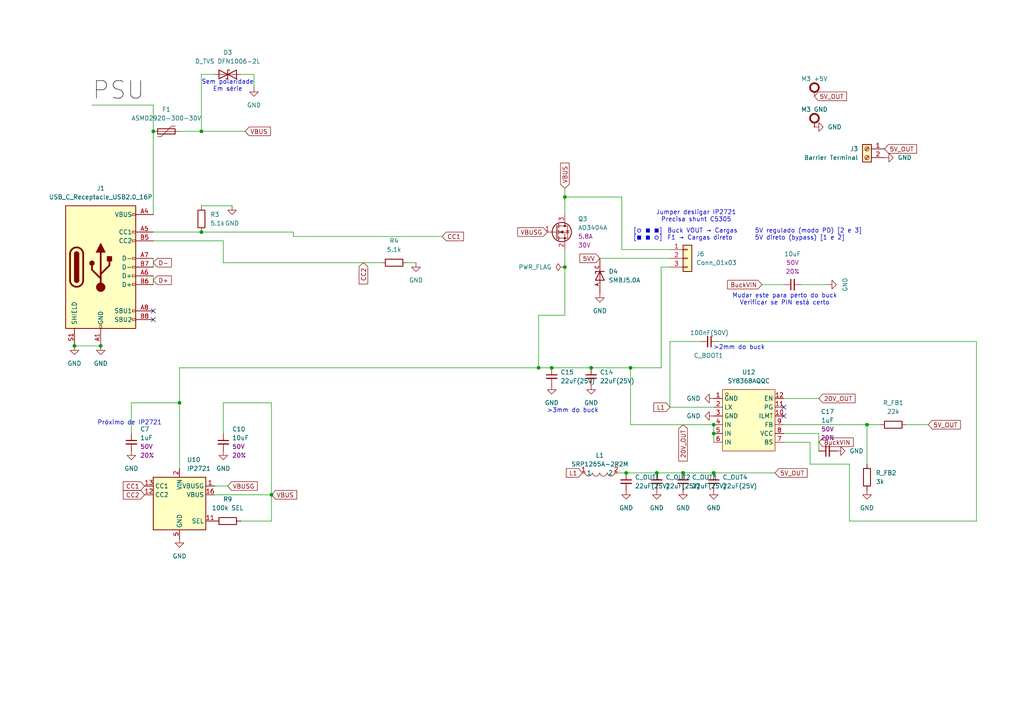
<source format=kicad_sch>
(kicad_sch (version 20250114) (generator "eeschema") (generator_version "9.0")
  (paper "A4")
  (lib_symbols
    (symbol "Connector:USB_C_Receptacle_USB2.0_16P" (pin_names (offset 1.016))
      (property "Reference" "J" (at 0 22.225 0))
      (property "Value" "USB_C_Receptacle_USB2.0_16P" (at 0 19.685 0))
      (symbol "USB_C_Receptacle_USB2.0_16P_0_0"
        (rectangle (start -0.254 -17.78) (end 0.254 -16.764))
        (rectangle (start 10.16 15.494) (end 9.144 14.986))
        (rectangle (start 10.16 10.414) (end 9.144 9.906))
        (rectangle (start 10.16 7.874) (end 9.144 7.366))
        (rectangle (start 10.16 2.794) (end 9.144 2.286))
        (rectangle (start 10.16 0.254) (end 9.144 -0.254))
        (rectangle (start 10.16 -2.286) (end 9.144 -2.794))
        (rectangle (start 10.16 -4.826) (end 9.144 -5.334))
        (rectangle (start 10.16 -12.446) (end 9.144 -12.954))
        (rectangle (start 10.16 -14.986) (end 9.144 -15.494))
      )
      (symbol "USB_C_Receptacle_USB2.0_16P_0_1"
        (rectangle (start -10.16 17.78) (end 10.16 -17.78) (stroke (width 0.254)) (fill (type background)))
        (polyline (pts (xy -8.89 -3.81) (xy -8.89 3.81)) (stroke (width 0.508)))
        (rectangle (start -7.62 -3.81) (end -6.35 3.81) (stroke (width 0.254)) (fill (type outline)))
        (arc (start -7.62 3.81) (mid -6.985 4.4423) (end -6.35 3.81) (stroke (width 0.254)))
        (arc (start -7.62 3.81) (mid -6.985 4.4423) (end -6.35 3.81) (stroke (width 0.254)) (fill (type outline)))
        (arc (start -8.89 3.81) (mid -6.985 5.7067) (end -5.08 3.81) (stroke (width 0.508)))
        (arc (start -5.08 -3.81) (mid -6.985 -5.7067) (end -8.89 -3.81) (stroke (width 0.508)))
        (arc (start -6.35 -3.81) (mid -6.985 -4.4423) (end -7.62 -3.81) (stroke (width 0.254)))
        (arc (start -6.35 -3.81) (mid -6.985 -4.4423) (end -7.62 -3.81) (stroke (width 0.254)) (fill (type outline)))
        (polyline (pts (xy -5.08 3.81) (xy -5.08 -3.81)) (stroke (width 0.508)))
        (circle (center -2.54 1.143) (radius 0.635) (stroke (width 0.254)) (fill (type outline)))
        (polyline (pts (xy -1.27 4.318) (xy 0 6.858) (xy 1.27 4.318) (xy -1.27 4.318)) (stroke (width 0.254)) (fill (type outline)))
        (polyline (pts (xy 0 -2.032) (xy 2.54 0.508) (xy 2.54 1.778)) (stroke (width 0.508)))
        (polyline (pts (xy 0 -3.302) (xy -2.54 -0.762) (xy -2.54 0.508)) (stroke (width 0.508)))
        (polyline (pts (xy 0 -5.842) (xy 0 4.318)) (stroke (width 0.508)))
        (circle (center 0 -5.842) (radius 1.27) (fill (type outline)))
        (rectangle (start 1.905 1.778) (end 3.175 3.048) (stroke (width 0.254)) (fill (type outline)))
      )
      (symbol "USB_C_Receptacle_USB2.0_16P_1_1"
        (pin passive line (at -7.62 -22.86 90) (length 5.08) (name "SHIELD") (number "S1"))
        (pin passive line (at 0 -22.86 90) (length 5.08) (name "GND") (number "A1"))
        (pin passive line (at 0 -22.86 90) (length 5.08) (hide yes) (name "GND") (number "A12"))
        (pin passive line (at 0 -22.86 90) (length 5.08) (hide yes) (name "GND") (number "B1"))
        (pin passive line (at 0 -22.86 90) (length 5.08) (hide yes) (name "GND") (number "B12"))
        (pin passive line (at 15.24 15.24 180) (length 5.08) (name "VBUS") (number "A4"))
        (pin passive line (at 15.24 15.24 180) (length 5.08) (hide yes) (name "VBUS") (number "A9"))
        (pin passive line (at 15.24 15.24 180) (length 5.08) (hide yes) (name "VBUS") (number "B4"))
        (pin passive line (at 15.24 15.24 180) (length 5.08) (hide yes) (name "VBUS") (number "B9"))
        (pin bidirectional line (at 15.24 10.16 180) (length 5.08) (name "CC1") (number "A5"))
        (pin bidirectional line (at 15.24 7.62 180) (length 5.08) (name "CC2") (number "B5"))
        (pin bidirectional line (at 15.24 2.54 180) (length 5.08) (name "D-") (number "A7"))
        (pin bidirectional line (at 15.24 0 180) (length 5.08) (name "D-") (number "B7"))
        (pin bidirectional line (at 15.24 -2.54 180) (length 5.08) (name "D+") (number "A6"))
        (pin bidirectional line (at 15.24 -5.08 180) (length 5.08) (name "D+") (number "B6"))
        (pin bidirectional line (at 15.24 -12.7 180) (length 5.08) (name "SBU1") (number "A8"))
        (pin bidirectional line (at 15.24 -15.24 180) (length 5.08) (name "SBU2") (number "B8"))
      )
    )
    (symbol "Device:C_Small" (pin_numbers (hide yes)) (pin_names (offset 0.254) (hide yes))
      (property "Reference" "C" (at 0.254 1.778 0))
      (property "Value" "C_Small" (at 0.254 -2.032 0))
      (symbol "C_Small_0_1"
        (polyline (pts (xy -1.524 0.508) (xy 1.524 0.508)) (stroke (width 0.3048)))
        (polyline (pts (xy -1.524 -0.508) (xy 1.524 -0.508)) (stroke (width 0.3302)))
      )
      (symbol "C_Small_1_1"
        (pin passive line (at 0 2.54 270) (length 2.032) (name "~") (number "1"))
        (pin passive line (at 0 -2.54 90) (length 2.032) (name "~") (number "2"))
      )
    )
    (symbol "Device:D_TVS" (pin_numbers (hide yes)) (pin_names (offset 1.016) (hide yes))
      (property "Reference" "D" (at 0 2.54 0))
      (property "Value" "D_TVS" (at 0 -2.54 0))
      (symbol "D_TVS_0_1"
        (polyline (pts (xy -2.54 1.27) (xy -2.54 -1.27) (xy 2.54 1.27) (xy 2.54 -1.27) (xy -2.54 1.27)) (stroke (width 0.254)))
        (polyline (pts (xy 0.508 1.27) (xy 0 1.27) (xy 0 -1.27) (xy -0.508 -1.27)) (stroke (width 0.254)))
        (polyline (pts (xy 1.27 0) (xy -1.27 0)))
      )
      (symbol "D_TVS_1_1"
        (pin passive line (at -3.81 0 0) (length 2.54) (name "A1") (number "1"))
        (pin passive line (at 3.81 0 180) (length 2.54) (name "A2") (number "2"))
      )
    )
    (symbol "Device:Polyfuse" (pin_numbers (hide yes)) (pin_names (offset 0))
      (property "Reference" "F" (at -2.54 0 90))
      (property "Value" "Polyfuse" (at 2.54 0 90))
      (symbol "Polyfuse_0_1"
        (polyline (pts (xy -1.524 2.54) (xy -1.524 1.524) (xy 1.524 -1.524) (xy 1.524 -2.54)))
        (rectangle (start -0.762 2.54) (end 0.762 -2.54) (stroke (width 0.254)))
        (polyline (pts (xy 0 2.54) (xy 0 -2.54)))
      )
      (symbol "Polyfuse_1_1"
        (pin passive line (at 0 3.81 270) (length 1.27) (name "~") (number "1"))
        (pin passive line (at 0 -3.81 90) (length 1.27) (name "~") (number "2"))
      )
    )
    (symbol "Device:R" (pin_numbers (hide yes)) (pin_names (offset 0))
      (property "Reference" "R" (at 2.032 0 90))
      (property "Value" "R" (at 0 0 90))
      (symbol "R_0_1"
        (rectangle (start -1.016 -2.54) (end 1.016 2.54) (stroke (width 0.254)))
      )
      (symbol "R_1_1"
        (pin passive line (at 0 3.81 270) (length 1.27) (name "~") (number "1"))
        (pin passive line (at 0 -3.81 90) (length 1.27) (name "~") (number "2"))
      )
    )
    (symbol "Interface_USB:IP2721"
      (property "Reference" "U" (at 5.08 -10.16 0))
      (property "Value" "IP2721" (at 7.62 -12.7 0))
      (symbol "IP2721_0_1"
        (rectangle (start -7.62 7.62) (end 7.62 -7.62) (stroke (width 0.254)) (fill (type background)))
      )
      (symbol "IP2721_1_1"
        (pin bidirectional line (at -10.16 5.08 0) (length 2.54) (name "CC1") (number "13"))
        (pin bidirectional line (at -10.16 2.54 0) (length 2.54) (name "CC2") (number "12"))
        (pin no_connect line (at -7.62 -2.54 0) (length 2.54) (hide yes) (name "NC") (number "4"))
        (pin no_connect line (at -5.08 7.62 270) (length 2.54) (hide yes) (name "NC") (number "3"))
        (pin no_connect line (at -5.08 -7.62 90) (length 2.54) (hide yes) (name "NC") (number "9"))
        (pin no_connect line (at -2.54 7.62 270) (length 2.54) (hide yes) (name "NC") (number "6"))
        (pin no_connect line (at -2.54 -7.62 90) (length 2.54) (hide yes) (name "NC") (number "10"))
        (pin power_in line (at 0 10.16 270) (length 2.54) (name "VIN") (number "2"))
        (pin power_in line (at 0 -10.16 90) (length 2.54) (name "GND") (number "5"))
        (pin no_connect line (at 2.54 7.62 270) (length 2.54) (hide yes) (name "NC") (number "7"))
        (pin no_connect line (at 2.54 -7.62 90) (length 2.54) (hide yes) (name "NC") (number "14"))
        (pin no_connect line (at 5.08 7.62 270) (length 2.54) (hide yes) (name "NC") (number "8"))
        (pin no_connect line (at 5.08 -7.62 90) (length 2.54) (hide yes) (name "NC") (number "15"))
        (pin output line (at 10.16 5.08 180) (length 2.54) (name "VBUSG") (number "1"))
        (pin input line (at 10.16 2.54 180) (length 2.54) (name "VBUS") (number "16"))
        (pin input line (at 10.16 -5.08 180) (length 2.54) (name "SEL") (number "11"))
      )
    )
    (symbol "PCM_SparkFun-Capacitor:10uF_0603_10V_20%" (pin_numbers (hide yes)) (pin_names (offset 0.254))
      (property "Reference" "C" (at 0.635 2.54 0))
      (property "Value" "10uF" (at 0.635 -2.54 0))
      (property "Voltage" "10V" (at 0 -6.35 0))
      (property "Tolerance" "20%" (at 0 -8.89 0))
      (symbol "10uF_0603_10V_20%_0_1"
        (polyline (pts (xy -1.524 0.508) (xy 1.524 0.508)) (stroke (width 0.3048)))
        (polyline (pts (xy -1.524 -0.508) (xy 1.524 -0.508)) (stroke (width 0.3302)))
      )
      (symbol "10uF_0603_10V_20%_1_1"
        (pin passive line (at 0 2.54 270) (length 2.032) (name "~") (number "1"))
        (pin passive line (at 0 -2.54 90) (length 2.032) (name "~") (number "2"))
      )
    )
    (symbol "PCM_SparkFun-Connector:Barrier_Terminal_9.5mm-2" (pin_names (offset 1.016) (hide yes))
      (property "Reference" "J" (at 0 3.81 0))
      (property "Value" "Barrier Terminal" (at 0 -3.81 0))
      (symbol "Barrier_Terminal_9.5mm-2_1_1"
        (rectangle (start -1.27 2.54) (end 1.27 -2.54) (stroke (width 0.254)) (fill (type background)))
        (polyline (pts (xy -0.5334 1.6002) (xy 0.3302 0.762)) (stroke (width 0.1524)))
        (polyline (pts (xy -0.5334 -0.9398) (xy 0.3302 -1.778)) (stroke (width 0.1524)))
        (polyline (pts (xy -0.3556 1.778) (xy 0.508 0.9398)) (stroke (width 0.1524)))
        (polyline (pts (xy -0.3556 -0.762) (xy 0.508 -1.6002)) (stroke (width 0.1524)))
        (circle (center 0 1.27) (radius 0.635) (stroke (width 0.1524)))
        (circle (center 0 -1.27) (radius 0.635) (stroke (width 0.1524)))
        (pin passive line (at -5.08 1.27 0) (length 3.81) (name "Pin_1") (number "1"))
        (pin passive line (at -5.08 -1.27 0) (length 3.81) (name "Pin_2") (number "2"))
      )
    )
    (symbol "PCM_SparkFun-Connector:Conn_01x03_P2.54mm" (pin_names (offset 1.016) (hide yes))
      (property "Reference" "J" (at 0 5.08 0))
      (property "Value" "Conn_01x03" (at 0 -5.08 0))
      (symbol "Conn_01x03_P2.54mm_1_1"
        (rectangle (start -1.27 3.81) (end 1.27 -3.81) (stroke (width 0.254)) (fill (type background)))
        (rectangle (start -1.27 2.667) (end 0 2.413) (stroke (width 0.1524)))
        (rectangle (start -1.27 0.127) (end 0 -0.127) (stroke (width 0.1524)))
        (rectangle (start -1.27 -2.413) (end 0 -2.667) (stroke (width 0.1524)))
        (pin passive line (at -5.08 2.54 0) (length 3.81) (name "Pin_1") (number "1"))
        (pin passive line (at -5.08 0 0) (length 3.81) (name "Pin_2") (number "2"))
        (pin passive line (at -5.08 -2.54 0) (length 3.81) (name "Pin_3") (number "3"))
      )
    )
    (symbol "PCM_SparkFun-DiscreteSemi:Q_NMOS_5.8A_30V" (pin_names (offset 0) (hide yes))
      (property "Reference" "Q" (at 5.08 1.27 0))
      (property "Value" "AO3404A" (at 5.08 -1.27 0))
      (property "IMax" "5.8A" (at 7.62 -3.81 0))
      (property "VMax" "30V" (at 7.62 -6.35 0))
      (symbol "Q_NMOS_5.8A_30V_0_1"
        (polyline (pts (xy 0.254 1.905) (xy 0.254 -1.905)) (stroke (width 0.254)))
        (polyline (pts (xy 0.254 0) (xy -2.54 0)))
        (polyline (pts (xy 0.762 2.286) (xy 0.762 1.27)) (stroke (width 0.254)))
        (polyline (pts (xy 0.762 0.508) (xy 0.762 -0.508)) (stroke (width 0.254)))
        (polyline (pts (xy 0.762 -1.27) (xy 0.762 -2.286)) (stroke (width 0.254)))
        (polyline (pts (xy 0.762 -1.778) (xy 3.302 -1.778) (xy 3.302 1.778) (xy 0.762 1.778)))
        (polyline (pts (xy 1.016 0) (xy 2.032 0.381) (xy 2.032 -0.381) (xy 1.016 0)) (fill (type outline)))
        (circle (center 1.651 0) (radius 2.794) (stroke (width 0.254)))
        (polyline (pts (xy 2.54 2.54) (xy 2.54 1.778)))
        (circle (center 2.54 1.778) (radius 0.254) (fill (type outline)))
        (circle (center 2.54 -1.778) (radius 0.254) (fill (type outline)))
        (polyline (pts (xy 2.54 -2.54) (xy 2.54 0) (xy 0.762 0)))
        (polyline (pts (xy 2.794 0.508) (xy 2.921 0.381) (xy 3.683 0.381) (xy 3.81 0.254)))
        (polyline (pts (xy 3.302 0.381) (xy 2.921 -0.254) (xy 3.683 -0.254) (xy 3.302 0.381)))
      )
      (symbol "Q_NMOS_5.8A_30V_1_1"
        (pin input line (at -2.54 0 0) (length 0) (name "G") (number "1"))
        (pin passive line (at 2.54 5.08 270) (length 2.54) (name "D") (number "3"))
        (pin passive line (at 2.54 -5.08 90) (length 2.54) (name "S") (number "2"))
      )
    )
    (symbol "PCM_SparkFun-Hardware:Standoff_Connected" (pin_numbers (hide yes)) (pin_names (hide yes))
      (symbol "Standoff_Connected_1_1"
        (circle (center 0 0) (radius 1.27) (stroke (width 0.508)))
        (pin passive line (at 0 -2.54 90) (length 1.27) (name "1") (number "1"))
      )
    )
    (symbol "SMBJ5.0A:SMBJ5.0A" (pin_names (offset 1.016))
      (property "Reference" "D" (at -5.0835 2.4159 0))
      (property "Value" "SMBJ5.0A" (at -5.0854 -4.9611 0))
      (symbol "SMBJ5.0A_0_0"
        (polyline (pts (xy -1.27 0) (xy -1.27 1.27)) (stroke (width 0.254)))
        (polyline (pts (xy -1.27 0) (xy 1.27 -1.27)) (stroke (width 0.254)))
        (polyline (pts (xy -1.27 -1.27) (xy -1.27 0)) (stroke (width 0.254)))
        (polyline (pts (xy -0.635 -1.27) (xy -1.27 -1.27)) (stroke (width 0.254)))
        (polyline (pts (xy 1.27 1.27) (xy -1.27 0)) (stroke (width 0.254)))
        (polyline (pts (xy 1.27 -1.27) (xy 1.27 1.27)) (stroke (width 0.254)))
        (pin passive line (at -5.08 0 0) (length 5.08) (name "~") (number "C"))
        (pin passive line (at 5.08 0 180) (length 5.08) (name "~") (number "A"))
      )
    )
    (symbol "easyeda2kicad:SRP1265A-2R2M"
      (property "Reference" "L" (at 0 5.08 0))
      (property "Value" "SRP1265A-2R2M" (at 0 -5.08 0))
      (symbol "SRP1265A-2R2M_0_1"
        (arc (start -2.27 -0.02) (mid -3.28 -0.9427) (end -4.29 -0.02))
        (arc (start -0.11 -0.02) (mid -1.12 -0.9471) (end -2.13 -0.02))
        (arc (start 2.04 -0.02) (mid 1.03 -0.9471) (end 0.02 -0.02))
        (arc (start 4.23 -0.02) (mid 3.22 -0.9471) (end 2.21 -0.02))
        (pin unspecified line (at -5.08 0 0) (length 0.762) (name "1") (number "1"))
        (pin unspecified line (at 5.08 0 180) (length 0.762) (name "2") (number "2"))
      )
    )
    (symbol "easyeda2kicad:SY8368AQQC"
      (property "Reference" "U" (at 0 11.43 0))
      (property "Value" "SY8368AQQC" (at 0 -11.43 0))
      (symbol "SY8368AQQC_0_1"
        (rectangle (start -7.62 8.89) (end 7.62 -8.89) (fill (type background)))
        (circle (center -6.35 7.62) (radius 0.38))
        (pin unspecified line (at -10.16 6.35 0) (length 2.54) (name "GND") (number "1"))
        (pin unspecified line (at -10.16 3.81 0) (length 2.54) (name "LX") (number "2"))
        (pin unspecified line (at -10.16 1.27 0) (length 2.54) (name "GND") (number "3"))
        (pin unspecified line (at -10.16 -1.27 0) (length 2.54) (name "IN") (number "4"))
        (pin unspecified line (at -10.16 -3.81 0) (length 2.54) (name "IN") (number "5"))
        (pin unspecified line (at -10.16 -6.35 0) (length 2.54) (name "IN") (number "6"))
        (pin unspecified line (at 10.16 6.35 180) (length 2.54) (name "EN") (number "12"))
        (pin unspecified line (at 10.16 3.81 180) (length 2.54) (name "PG") (number "11"))
        (pin unspecified line (at 10.16 1.27 180) (length 2.54) (name "ILMT") (number "10"))
        (pin unspecified line (at 10.16 -1.27 180) (length 2.54) (name "FB") (number "9"))
        (pin unspecified line (at 10.16 -3.81 180) (length 2.54) (name "VCC") (number "8"))
        (pin unspecified line (at 10.16 -6.35 180) (length 2.54) (name "BS") (number "7"))
      )
    )
    (symbol "power:GND" (power) (pin_numbers (hide yes)) (pin_names (offset 0) (hide yes))
      (property "Value" "GND" (at 0 -3.81 0))
      (symbol "GND_0_1"
        (polyline (pts (xy 0 0) (xy 0 -1.27) (xy 1.27 -1.27) (xy 0 -2.54) (xy -1.27 -1.27) (xy 0 -1.27)))
      )
      (symbol "GND_1_1"
        (pin power_in line (at 0 0 270) (length 0) (name "~") (number "1"))
      )
    )
    (symbol "power:PWR_FLAG" (power) (pin_numbers (hide yes)) (pin_names (offset 0) (hide yes))
      (property "Value" "PWR_FLAG" (at 0 3.81 0))
      (symbol "PWR_FLAG_0_0"
        (pin power_out line (at 0 0 90) (length 0) (name "~") (number "1"))
      )
      (symbol "PWR_FLAG_0_1"
        (polyline (pts (xy 0 0) (xy 0 1.27) (xy -1.016 1.905) (xy 0 2.54) (xy 1.016 1.905) (xy 0 1.27)))
      )
    )
  )
  (text "Próximo de IP2721" (at 37.592 122.682 0) (effects (font (size 1.27 1.27))))
  (text "Jumper desligar IP2721\nPrecisa shunt C5305" (at 201.93 62.738 0) (effects (font (size 1.27 1.27))))
  (text ">2mm do buck" (at 214.376 100.838 0) (effects (font (size 1.27 1.27))))
  (text "Sem polaridade\nEm série" (at 66.04 24.892 0) (effects (font (size 1.27 1.27))))
  (text ">3mm do buck" (at 166.116 119.126 0) (effects (font (size 1.27 1.27))))
  (text "[○ ■ ■]	Buck VOUT → Cargas	5V regulado (modo PD) [2 e 3]\n[■ ■ ○]	F1 → Cargas direto	5V direto (bypass) [1 e 2]" (at 183.642 66.294 0) (effects (font (size 1.27 1.27)) (justify left top)))
  (text "Mudar este para perto do buck\nVerificar se PIN está certo\n" (at 227.584 86.868 0) (effects (font (size 1.27 1.27))))
  (junction (at 207.01 123.19))
  (junction (at 58.42 67.31))
  (junction (at 156.21 106.68))
  (junction (at 29.21 100.33))
  (junction (at 58.42 38.1))
  (junction (at 21.59 100.33))
  (junction (at 207.01 137.16))
  (junction (at 207.01 125.73))
  (junction (at 182.88 106.68))
  (junction (at 171.45 106.68))
  (junction (at 163.83 77.47))
  (junction (at 190.5 137.16))
  (junction (at 160.02 106.68))
  (junction (at 181.61 137.16))
  (junction (at 251.46 123.19))
  (junction (at 198.12 137.16))
  (junction (at 78.74 143.51))
  (junction (at 163.83 57.15))
  (junction (at 44.45 38.1))
  (junction (at 52.07 116.84))
  (no_connect (at 227.33 120.65))
  (no_connect (at 227.33 118.11))
  (no_connect (at 44.45 90.17))
  (no_connect (at 44.45 92.71))
  (wire (pts (xy 180.34 72.39) (xy 180.34 57.15)))
  (wire (pts (xy 69.85 21.59) (xy 73.66 21.59)))
  (wire (pts (xy 203.2 99.06) (xy 194.31 99.06)))
  (wire (pts (xy 52.07 135.89) (xy 52.07 116.84)))
  (wire (pts (xy 283.21 151.13) (xy 283.21 99.06)))
  (wire (pts (xy 182.88 106.68) (xy 191.77 106.68)))
  (wire (pts (xy 58.42 38.1) (xy 58.42 21.59)))
  (wire (pts (xy 269.24 123.19) (xy 262.89 123.19)))
  (wire (pts (xy 62.23 143.51) (xy 78.74 143.51)))
  (wire (pts (xy 234.95 134.62) (xy 234.95 128.27)))
  (wire (pts (xy 52.07 106.68) (xy 156.21 106.68)))
  (wire (pts (xy 207.01 137.16) (xy 198.12 137.16)))
  (wire (pts (xy 58.42 38.1) (xy 71.12 38.1)))
  (wire (pts (xy 191.77 77.47) (xy 194.31 77.47)))
  (wire (pts (xy 44.45 74.93) (xy 44.45 77.47)))
  (wire (pts (xy 21.59 100.33) (xy 29.21 100.33)))
  (wire (pts (xy 246.38 134.62) (xy 234.95 134.62)))
  (wire (pts (xy 237.49 115.57) (xy 227.33 115.57)))
  (wire (pts (xy 163.83 72.39) (xy 163.83 77.47)))
  (wire (pts (xy 208.28 99.06) (xy 283.21 99.06)))
  (wire (pts (xy 246.38 151.13) (xy 246.38 134.62)))
  (wire (pts (xy 160.02 106.68) (xy 171.45 106.68)))
  (wire (pts (xy 163.83 57.15) (xy 163.83 62.23)))
  (wire (pts (xy 180.34 57.15) (xy 163.83 57.15)))
  (wire (pts (xy 78.74 143.51) (xy 78.74 151.13)))
  (wire (pts (xy 78.74 143.51) (xy 78.74 116.84)))
  (wire (pts (xy 38.1 116.84) (xy 38.1 125.73)))
  (wire (pts (xy 163.83 54.61) (xy 163.83 57.15)))
  (wire (pts (xy 207.01 123.19) (xy 207.01 125.73)))
  (wire (pts (xy 85.09 68.58) (xy 128.27 68.58)))
  (wire (pts (xy 44.45 38.1) (xy 44.45 62.23)))
  (wire (pts (xy 58.42 67.31) (xy 44.45 67.31)))
  (wire (pts (xy 66.04 140.97) (xy 62.23 140.97)))
  (wire (pts (xy 240.03 82.55) (xy 232.41 82.55)))
  (wire (pts (xy 227.33 123.19) (xy 251.46 123.19)))
  (wire (pts (xy 163.83 91.44) (xy 156.21 91.44)))
  (wire (pts (xy 156.21 106.68) (xy 160.02 106.68)))
  (wire (pts (xy 85.09 67.31) (xy 85.09 68.58)))
  (wire (pts (xy 52.07 116.84) (xy 38.1 116.84)))
  (wire (pts (xy 171.45 106.68) (xy 182.88 106.68)))
  (wire (pts (xy 237.49 130.81) (xy 237.49 125.73)))
  (wire (pts (xy 194.31 99.06) (xy 194.31 118.11)))
  (wire (pts (xy 173.99 74.93) (xy 194.31 74.93)))
  (wire (pts (xy 190.5 137.16) (xy 181.61 137.16)))
  (wire (pts (xy 44.45 80.01) (xy 44.45 82.55)))
  (wire (pts (xy 191.77 77.47) (xy 191.77 106.68)))
  (wire (pts (xy 251.46 123.19) (xy 251.46 134.62)))
  (wire (pts (xy 163.83 77.47) (xy 163.83 91.44)))
  (wire (pts (xy 194.31 118.11) (xy 207.01 118.11)))
  (wire (pts (xy 227.33 82.55) (xy 220.98 82.55)))
  (wire (pts (xy 44.45 30.48) (xy 44.45 38.1)))
  (wire (pts (xy 237.49 125.73) (xy 227.33 125.73)))
  (wire (pts (xy 26.67 30.48) (xy 44.45 30.48)))
  (wire (pts (xy 52.07 38.1) (xy 58.42 38.1)))
  (wire (pts (xy 85.09 67.31) (xy 58.42 67.31)))
  (wire (pts (xy 207.01 125.73) (xy 207.01 128.27)))
  (wire (pts (xy 64.77 69.85) (xy 64.77 76.2)))
  (wire (pts (xy 182.88 123.19) (xy 207.01 123.19)))
  (wire (pts (xy 224.79 137.16) (xy 207.01 137.16)))
  (wire (pts (xy 64.77 76.2) (xy 110.49 76.2)))
  (wire (pts (xy 194.31 72.39) (xy 180.34 72.39)))
  (wire (pts (xy 52.07 106.68) (xy 52.07 116.84)))
  (wire (pts (xy 44.45 69.85) (xy 64.77 69.85)))
  (wire (pts (xy 246.38 151.13) (xy 283.21 151.13)))
  (wire (pts (xy 64.77 116.84) (xy 64.77 125.73)))
  (wire (pts (xy 255.27 123.19) (xy 251.46 123.19)))
  (wire (pts (xy 198.12 137.16) (xy 190.5 137.16)))
  (wire (pts (xy 181.61 137.16) (xy 179.07 137.16)))
  (wire (pts (xy 58.42 21.59) (xy 62.23 21.59)))
  (wire (pts (xy 64.77 116.84) (xy 78.74 116.84)))
  (wire (pts (xy 73.66 21.59) (xy 73.66 25.4)))
  (wire (pts (xy 69.85 151.13) (xy 78.74 151.13)))
  (wire (pts (xy 156.21 91.44) (xy 156.21 106.68)))
  (wire (pts (xy 120.65 76.2) (xy 118.11 76.2)))
  (wire (pts (xy 58.42 59.69) (xy 67.31 59.69)))
  (wire (pts (xy 182.88 106.68) (xy 182.88 123.19)))
  (wire (pts (xy 234.95 128.27) (xy 227.33 128.27)))
  (label "PSU" (at 26.67 30.48 0) (effects (font (size 5.08 5.08))))
  (global_label "BuckVIN" (shape input) (at 220.98 82.55 180) (property "Intersheetrefs" "${INTERSHEET_REFS}" (effects (hide yes))))
  (global_label "CC1" (shape input) (at 128.27 68.58 0) (property "Intersheetrefs" "${INTERSHEET_REFS}" (effects (hide yes))))
  (global_label "5V_OUT" (shape input) (at 269.24 123.19 0) (property "Intersheetrefs" "${INTERSHEET_REFS}" (effects (hide yes))))
  (global_label "VBUS" (shape input) (at 78.74 143.51 0) (property "Intersheetrefs" "${INTERSHEET_REFS}" (effects (hide yes))))
  (global_label "5VV" (shape input) (at 173.99 74.93 180) (property "Intersheetrefs" "${INTERSHEET_REFS}" (effects (hide yes))))
  (global_label "VBUS" (shape input) (at 71.12 38.1 0) (property "Intersheetrefs" "${INTERSHEET_REFS}" (effects (hide yes))))
  (global_label "L1" (shape input) (at 194.31 118.11 180) (property "Intersheetrefs" "${INTERSHEET_REFS}" (effects (hide yes))))
  (global_label "BuckVIN" (shape input) (at 237.49 128.27 0) (property "Intersheetrefs" "${INTERSHEET_REFS}" (effects (hide yes))))
  (global_label "20V_OUT" (shape input) (at 198.12 123.19 270) (property "Intersheetrefs" "${INTERSHEET_REFS}" (effects (hide yes))))
  (global_label "D+" (shape input) (at 44.45 81.28 0) (property "Intersheetrefs" "${INTERSHEET_REFS}" (effects (hide yes))))
  (global_label "5V_OUT" (shape input) (at 236.22 27.94 0) (property "Intersheetrefs" "${INTERSHEET_REFS}" (effects (hide yes))))
  (global_label "VBUSG" (shape input) (at 66.04 140.97 0) (property "Intersheetrefs" "${INTERSHEET_REFS}" (effects (hide yes))))
  (global_label "VBUS" (shape input) (at 163.83 54.61 90) (property "Intersheetrefs" "${INTERSHEET_REFS}" (effects (hide yes))))
  (global_label "VBUSG" (shape input) (at 158.75 67.31 180) (property "Intersheetrefs" "${INTERSHEET_REFS}" (effects (hide yes))))
  (global_label "D-" (shape input) (at 44.45 76.2 0) (property "Intersheetrefs" "${INTERSHEET_REFS}" (effects (hide yes))))
  (global_label "CC1" (shape input) (at 41.91 140.97 180) (property "Intersheetrefs" "${INTERSHEET_REFS}" (effects (hide yes))))
  (global_label "5V_OUT" (shape input) (at 224.79 137.16 0) (property "Intersheetrefs" "${INTERSHEET_REFS}" (effects (hide yes))))
  (global_label "20V_OUT" (shape input) (at 237.49 115.57 0) (property "Intersheetrefs" "${INTERSHEET_REFS}" (effects (hide yes))))
  (global_label "CC2" (shape input) (at 105.41 76.2 270) (property "Intersheetrefs" "${INTERSHEET_REFS}" (effects (hide yes))))
  (global_label "5V_OUT" (shape input) (at 256.54 43.18 0) (property "Intersheetrefs" "${INTERSHEET_REFS}" (effects (hide yes))))
  (global_label "L1" (shape input) (at 168.91 137.16 180) (property "Intersheetrefs" "${INTERSHEET_REFS}" (effects (hide yes))))
  (global_label "CC2" (shape input) (at 41.91 143.51 180) (property "Intersheetrefs" "${INTERSHEET_REFS}" (effects (hide yes))))
  (symbol (lib_id "easyeda2kicad:SRP1265A-2R2M") (at 173.99 137.16 0) (unit 1)
    (property "Reference" "L1" (at 173.99 132.08 0))
    (property "Value" "SRP1265A-2R2M" (at 173.99 134.62 0))
    (property "Footprint" "easyeda2kicad:IND-SMD_L13.5-W12.5" (effects (hide yes)))
    (property "LCSC Part" "C2831487" (effects (hide yes)))
  )
  (symbol (lib_id "power:GND") (at 52.07 156.21 0) (unit 1)
    (property "Reference" "#PWR022" (effects (hide yes)))
    (property "Value" "GND" (at 52.07 161.29 0))
    (property "Description" "Power symbol creates a global label with name \"GND\" , ground" (effects (hide yes)))
  )
  (symbol (lib_id "PCM_SparkFun-Hardware:Standoff_Connected") (at 236.22 25.4 0) (unit 1)
    (property "Reference" "ST1" (effects (hide yes)))
    (property "Value" "M3 +5V" (at 236.22 22.86 0))
    (property "Footprint" "Mounting_Wuerth:Mounting_Wuerth_WA-SMSI-M3_H3mm_9774030360" (effects (hide yes)))
    (property "Description" "Drill holes for mechanically mounting via screws, standoffs, etc." (effects (hide yes)))
  )
  (symbol (lib_id "Device:R") (at 66.04 151.13 90) (unit 1)
    (property "Reference" "R9" (at 66.04 144.78 90))
    (property "Value" "100k SEL" (at 66.04 147.32 90))
    (property "Description" "Resistor" (effects (hide yes)))
  )
  (symbol (lib_id "Device:C_Small") (at 190.5 139.7 0) (unit 1)
    (property "Reference" "C_OUT2" (at 193.04 138.4362 0) (effects (justify left)))
    (property "Value" "22uF(25V)" (at 193.04 140.9762 0) (effects (justify left)))
    (property "Footprint" "Capacitor_SMD:C_1210_3225Metric" (effects (hide yes)))
    (property "Description" "Unpolarized capacitor, small symbol" (effects (hide yes)))
    (property "LCSC" "C52306" (effects (hide yes)))
    (property "BASIC" "x" (effects (hide yes)))
  )
  (symbol (lib_id "PCM_SparkFun-Capacitor:10uF_0603_10V_20%") (at 229.87 82.55 90) (unit 1)
    (property "Reference" "C16" (effects (hide yes)))
    (property "Value" "10uF" (at 229.8763 73.66 90))
    (property "Footprint" "Capacitor_SMD:C_1206_3216Metric" (effects (hide yes)))
    (property "Datasheet" "https://cdn.sparkfun.com/assets/8/a/4/a/5/Kemet_Capacitor_Datasheet.pdf" (effects (hide yes)))
    (property "Description" "Unpolarized capacitor" (effects (hide yes)))
    (property "PROD_ID" "CAP-20155" (effects (hide yes)))
    (property "Voltage" "50V" (at 229.8763 76.2 90))
    (property "Tolerance" "20%" (at 229.8763 78.74 90))
    (property "LCSC" "C13585" (effects (hide yes)))
    (property "BASIC" "x" (effects (hide yes)))
  )
  (symbol (lib_id "Device:C_Small") (at 207.01 139.7 0) (unit 1)
    (property "Reference" "C_OUT4" (at 209.55 138.4362 0) (effects (justify left)))
    (property "Value" "22uF(25V)" (at 209.55 140.9762 0) (effects (justify left)))
    (property "Footprint" "Capacitor_SMD:C_1210_3225Metric" (effects (hide yes)))
    (property "Description" "Unpolarized capacitor, small symbol" (effects (hide yes)))
    (property "LCSC" "C52306" (effects (hide yes)))
    (property "BASIC" "x" (effects (hide yes)))
  )
  (symbol (lib_id "PCM_SparkFun-Connector:Conn_01x03_P2.54mm") (at 199.39 74.93 0) (unit 1)
    (property "Reference" "J6" (at 201.93 73.6599 0) (effects (justify left)))
    (property "Value" "Conn_01x03" (at 201.93 76.1999 0) (effects (justify left)))
    (property "Footprint" "Connector_PinHeader_2.54mm:PinHeader_1x03_P2.54mm_Vertical" (effects (hide yes)))
    (property "Description" "Basic 0.1\" PTH" (effects (hide yes)))
  )
  (symbol (lib_id "Device:R") (at 259.08 123.19 270) (unit 1)
    (property "Reference" "R_FB1" (at 259.08 116.84 90))
    (property "Value" "22k" (at 259.08 119.38 90))
    (property "Footprint" "Resistor_SMD:R_0603_1608Metric" (effects (hide yes)))
    (property "Description" "Resistor" (effects (hide yes)))
    (property "LCSC" "C31850" (effects (hide yes)))
  )
  (symbol (lib_id "power:PWR_FLAG") (at 163.83 77.47 90) (unit 1)
    (property "Reference" "#FLG01" (effects (hide yes)))
    (property "Value" "PWR_FLAG" (at 160.02 77.4699 90) (effects (justify left)))
    (property "Description" "Special symbol for telling ERC where power comes from" (effects (hide yes)))
  )
  (symbol (lib_id "power:GND") (at 240.03 82.55 90) (unit 1)
    (property "Reference" "#PWR039" (effects (hide yes)))
    (property "Value" "GND" (at 245.11 82.55 0))
    (property "Description" "Power symbol creates a global label with name \"GND\" , ground" (effects (hide yes)))
  )
  (symbol (lib_id "power:GND") (at 242.57 130.81 90) (unit 1)
    (property "Reference" "#PWR047" (effects (hide yes)))
    (property "Value" "GND" (at 246.38 130.8099 90) (effects (justify right)))
    (property "Description" "Power symbol creates a global label with name \"GND\" , ground" (effects (hide yes)))
  )
  (symbol (lib_id "Device:D_TVS") (at 66.04 21.59 0) (unit 1)
    (property "Reference" "D3" (at 66.04 15.24 0))
    (property "Value" "D_TVS DFN1006-2L" (at 66.04 17.78 0))
    (property "Footprint" "Diode_SMD:D_SOD-123" (effects (hide yes)))
    (property "Description" "Bidirectional transient-voltage-suppression diode" (effects (hide yes)))
    (property "LCSC" "C20615788" (effects (hide yes)))
    (property "BASIC" "x" (effects (hide yes)))
  )
  (symbol (lib_id "power:GND") (at 120.65 76.2 0) (unit 1)
    (property "Reference" "#PWR040" (effects (hide yes)))
    (property "Value" "GND" (at 120.65 81.28 0))
    (property "Description" "Power symbol creates a global label with name \"GND\" , ground" (effects (hide yes)))
  )
  (symbol (lib_id "power:GND") (at 21.59 100.33 0) (unit 1)
    (property "Reference" "#PWR020" (effects (hide yes)))
    (property "Value" "GND" (at 21.59 105.41 0))
    (property "Description" "Power symbol creates a global label with name \"GND\" , ground" (effects (hide yes)))
  )
  (symbol (lib_id "Device:C_Small") (at 198.12 139.7 0) (unit 1)
    (property "Reference" "C_OUT3" (at 200.66 138.4362 0) (effects (justify left)))
    (property "Value" "22uF(25V)" (at 200.66 140.9762 0) (effects (justify left)))
    (property "Footprint" "Capacitor_SMD:C_1210_3225Metric" (effects (hide yes)))
    (property "Description" "Unpolarized capacitor, small symbol" (effects (hide yes)))
    (property "LCSC" "C52306" (effects (hide yes)))
    (property "BASIC" "x" (effects (hide yes)))
  )
  (symbol (lib_id "power:GND") (at 38.1 130.81 0) (unit 1)
    (property "Reference" "#PWR017" (effects (hide yes)))
    (property "Value" "GND" (at 38.1 135.89 0))
    (property "Description" "Power symbol creates a global label with name \"GND\" , ground" (effects (hide yes)))
  )
  (symbol (lib_id "PCM_SparkFun-DiscreteSemi:Q_NMOS_5.8A_30V") (at 161.29 67.31 0) (unit 1)
    (property "Reference" "Q3" (at 167.64 63.4999 0) (effects (justify left)))
    (property "Value" "AO3404A" (at 167.64 66.0399 0) (effects (justify left)))
    (property "Footprint" "Package_TO_SOT_SMD:SOT-23" (effects (hide yes)))
    (property "Datasheet" "https://mm.digikey.com/Volume0/opasdata/d220001/medias/docus/4850/DS_785_AO3404A.pdf" (effects (hide yes)))
    (property "Description" "N-MOSFET transistor, drain/gate/source" (effects (hide yes)))
    (property "PROD_ID" "TRANS-12988" (effects (hide yes)))
    (property "IMax" "5.8A" (at 167.64 68.5799 0) (effects (justify left)))
    (property "VMax" "30V" (at 167.64 71.1199 0) (effects (justify left)))
  )
  (symbol (lib_id "power:GND") (at 207.01 115.57 270) (unit 1)
    (property "Reference" "#PWR045" (effects (hide yes)))
    (property "Value" "GND" (at 203.2 115.5699 90) (effects (justify right)))
    (property "Description" "Power symbol creates a global label with name \"GND\" , ground" (effects (hide yes)))
  )
  (symbol (lib_id "SMBJ5.0A:SMBJ5.0A") (at 173.99 80.01 270) (unit 1)
    (property "Reference" "D4" (at 176.53 78.7399 90) (effects (justify left)))
    (property "Value" "SMBJ5.0A" (at 176.53 81.2799 90) (effects (justify left)))
    (property "Footprint" "Diode_SMD:D_SMB" (effects (hide yes)))
    (property "MF" "Taiwan Semiconductor" (effects (hide yes)))
    (property "MAXIMUM_PACKAGE_HEIGHT" "2.65 mm" (effects (hide yes)))
    (property "Package" "SMD-2 Taiwan Semiconductor" (effects (hide yes)))
    (property "Price" "None" (effects (hide yes)))
    (property "Check_prices" "https://www.snapeda.com/parts/SMBJ5.0A/taiwan/view-part/?ref=eda" (effects (hide yes)))
    (property "STANDARD" "IPC-7351B" (effects (hide yes)))
    (property "PARTREV" "F2102" (effects (hide yes)))
    (property "SnapEDA_Link" "https://www.snapeda.com/parts/SMBJ5.0A/taiwan/view-part/?ref=snap" (effects (hide yes)))
    (property "MP" "SMBJ5.0A" (effects (hide yes)))
    (property "Purchase-URL" "https://www.snapeda.com/api/url_track_click_mouser/?unipart_id=1860032&manufacturer=Taiwan Semiconductor&part_name=SMBJ5.0A&search_term=smbj5.0a" (effects (hide yes)))
    (property "Description_1" "600W, 5V, Unidirectional, TVS" (effects (hide yes)))
    (property "Availability" "In Stock" (effects (hide yes)))
    (property "MANUFACTURER" "Taiwan Semiconductor" (effects (hide yes)))
    (property "LCSC" "C113620" (effects (hide yes)))
  )
  (symbol (lib_id "power:GND") (at 207.01 120.65 270) (unit 1)
    (property "Reference" "#PWR044" (effects (hide yes)))
    (property "Value" "GND" (at 203.2 120.6499 90) (effects (justify right)))
    (property "Description" "Power symbol creates a global label with name \"GND\" , ground" (effects (hide yes)))
  )
  (symbol (lib_id "Device:Polyfuse") (at 48.26 38.1 90) (unit 1)
    (property "Reference" "F1" (at 48.26 31.75 90))
    (property "Value" "ASMD2920-300-30V" (at 48.26 34.29 90))
    (property "Footprint" "Fuse:Fuse_2920_7451Metric" (effects (hide yes)))
    (property "Description" "Resettable fuse, polymeric positive temperature coefficient" (effects (hide yes)))
    (property "LCSC" "C2982291" (effects (hide yes)))
    (property "BASIC" "NA" (effects (hide yes)))
  )
  (symbol (lib_id "power:GND") (at 160.02 111.76 0) (unit 1)
    (property "Reference" "#PWR042" (effects (hide yes)))
    (property "Value" "GND" (at 160.02 116.84 0))
    (property "Description" "Power symbol creates a global label with name \"GND\" , ground" (effects (hide yes)))
  )
  (symbol (lib_id "power:GND") (at 173.99 85.09 0) (unit 1)
    (property "Reference" "#PWR041" (effects (hide yes)))
    (property "Value" "GND" (at 173.99 90.17 0))
    (property "Description" "Power symbol creates a global label with name \"GND\" , ground" (effects (hide yes)))
  )
  (symbol (lib_id "Device:R") (at 114.3 76.2 90) (unit 1)
    (property "Reference" "R4" (at 114.3 69.85 90))
    (property "Value" "5.1k" (at 114.3 72.39 90))
    (property "Footprint" "Resistor_SMD:R_0402_1005Metric" (effects (hide yes)))
    (property "Description" "Resistor" (effects (hide yes)))
    (property "LCSC" "C25905" (effects (hide yes)))
    (property "BASIC" "x" (effects (hide yes)))
  )
  (symbol (lib_id "PCM_SparkFun-Hardware:Standoff_Connected") (at 236.22 34.29 0) (unit 1)
    (property "Reference" "ST2" (effects (hide yes)))
    (property "Value" "M3 GND" (at 236.22 31.75 0))
    (property "Footprint" "Mounting_Wuerth:Mounting_Wuerth_WA-SMSI-M3_H3mm_9774030360" (effects (hide yes)))
    (property "Description" "Drill holes for mechanically mounting via screws, standoffs, etc." (effects (hide yes)))
  )
  (symbol (lib_id "Device:R") (at 251.46 138.43 0) (unit 1)
    (property "Reference" "R_FB2" (at 254 137.1599 0) (effects (justify left)))
    (property "Value" "3k" (at 254 139.6999 0) (effects (justify left)))
    (property "Footprint" "Resistor_SMD:R_0603_1608Metric" (effects (hide yes)))
    (property "Description" "Resistor" (effects (hide yes)))
    (property "LCSC" "C4211" (effects (hide yes)))
  )
  (symbol (lib_id "Device:R") (at 58.42 63.5 180) (unit 1)
    (property "Reference" "R3" (at 60.96 62.2299 0) (effects (justify right)))
    (property "Value" "5.1k" (at 60.96 64.7699 0) (effects (justify right)))
    (property "Footprint" "Resistor_SMD:R_0402_1005Metric" (effects (hide yes)))
    (property "Description" "Resistor" (effects (hide yes)))
    (property "LCSC" "C25905" (effects (hide yes)))
    (property "BASIC" "x" (effects (hide yes)))
  )
  (symbol (lib_id "Device:C_Small") (at 205.74 99.06 270) (mirror x) (unit 1)
    (property "Reference" "C_BOOT1" (at 205.486 103.124 90))
    (property "Value" "100nF(50V)" (at 205.74 96.52 90))
    (property "Footprint" "Capacitor_SMD:C_0402_1005Metric" (effects (hide yes)))
    (property "Description" "Unpolarized capacitor, small symbol" (effects (hide yes)))
    (property "LCSC" "C307331" (effects (hide yes)))
    (property "BASIC" "x" (effects (hide yes)))
  )
  (symbol (lib_id "Device:C_Small") (at 171.45 109.22 0) (unit 1)
    (property "Reference" "C14" (at 173.99 107.9562 0) (effects (justify left)))
    (property "Value" "22uF(25V)" (at 173.99 110.4962 0) (effects (justify left)))
    (property "Footprint" "Capacitor_SMD:C_1210_3225Metric" (effects (hide yes)))
    (property "Description" "Unpolarized capacitor, small symbol" (effects (hide yes)))
    (property "LCSC" "C52306" (effects (hide yes)))
    (property "BASIC" "x" (effects (hide yes)))
  )
  (symbol (lib_id "PCM_SparkFun-Capacitor:10uF_0603_10V_20%") (at 64.77 128.27 0) (unit 1)
    (property "Reference" "C10" (at 67.31 124.4662 0) (effects (justify left)))
    (property "Value" "10uF" (at 67.31 127.0062 0) (effects (justify left)))
    (property "Footprint" "Capacitor_SMD:C_1206_3216Metric" (effects (hide yes)))
    (property "Datasheet" "https://cdn.sparkfun.com/assets/8/a/4/a/5/Kemet_Capacitor_Datasheet.pdf" (effects (hide yes)))
    (property "Description" "Unpolarized capacitor" (effects (hide yes)))
    (property "PROD_ID" "CAP-20155" (effects (hide yes)))
    (property "Voltage" "50V" (at 67.31 129.5462 0) (effects (justify left)))
    (property "Tolerance" "20%" (at 67.31 132.0862 0) (effects (justify left)))
    (property "LCSC" "C13585" (effects (hide yes)))
    (property "BASIC" "x" (effects (hide yes)))
  )
  (symbol (lib_id "Connector:USB_C_Receptacle_USB2.0_16P") (at 29.21 77.47 0) (unit 1)
    (property "Reference" "J1" (at 29.21 54.61 0))
    (property "Value" "USB_C_Receptacle_USB2.0_16P" (at 29.21 57.15 0))
    (property "Footprint" "Connector_USB:USB_C_Receptacle_GCT_USB4105-xx-A_16P_TopMnt_Horizontal" (effects (hide yes)))
    (property "Datasheet" "https://www.usb.org/sites/default/files/documents/usb_type-c.zip" (effects (hide yes)))
    (property "Description" "USB 2.0-only 16P Type-C Receptacle connector" (effects (hide yes)))
    (property "LCSC" "C3020560" (effects (hide yes)))
    (property "BASIC" "NA" (effects (hide yes)))
  )
  (symbol (lib_id "power:GND") (at 236.22 36.83 90) (mirror x) (unit 1)
    (property "Reference" "#PWR024" (effects (hide yes)))
    (property "Value" "GND" (at 240.03 36.8299 90) (effects (justify right)))
    (property "Description" "Power symbol creates a global label with name \"GND\" , ground" (effects (hide yes)))
  )
  (symbol (lib_id "power:GND") (at 64.77 130.81 0) (unit 1)
    (property "Reference" "#PWR018" (effects (hide yes)))
    (property "Value" "GND" (at 64.77 135.89 0))
    (property "Description" "Power symbol creates a global label with name \"GND\" , ground" (effects (hide yes)))
  )
  (symbol (lib_id "power:GND") (at 29.21 100.33 0) (unit 1)
    (property "Reference" "#PWR019" (effects (hide yes)))
    (property "Value" "GND" (at 29.21 105.41 0))
    (property "Description" "Power symbol creates a global label with name \"GND\" , ground" (effects (hide yes)))
  )
  (symbol (lib_id "Interface_USB:IP2721") (at 52.07 146.05 0) (unit 1)
    (property "Reference" "U10" (at 54.2133 133.35 0) (effects (justify left)))
    (property "Value" "IP2721" (at 54.2133 135.89 0) (effects (justify left)))
    (property "Footprint" "Package_SO:TSSOP-16_4.4x5mm_P0.65mm" (effects (hide yes)))
    (property "Datasheet" "https://datasheet.lcsc.com/lcsc/2006111335_INJOINIC-IP2721_C603176.pdf" (effects (hide yes)))
    (property "Description" "USB TYPEC  PD Controller Interface, TSSOP-16" (effects (hide yes)))
  )
  (symbol (lib_id "power:GND") (at 207.01 142.24 0) (unit 1)
    (property "Reference" "#PWR050" (effects (hide yes)))
    (property "Value" "GND" (at 207.01 147.32 0))
    (property "Description" "Power symbol creates a global label with name \"GND\" , ground" (effects (hide yes)))
  )
  (symbol (lib_id "power:GND") (at 73.66 25.4 0) (unit 1)
    (property "Reference" "#PWR04" (effects (hide yes)))
    (property "Value" "GND" (at 73.66 30.48 0))
    (property "Description" "Power symbol creates a global label with name \"GND\" , ground" (effects (hide yes)))
  )
  (symbol (lib_id "power:GND") (at 198.12 142.24 0) (unit 1)
    (property "Reference" "#PWR049" (effects (hide yes)))
    (property "Value" "GND" (at 198.12 147.32 0))
    (property "Description" "Power symbol creates a global label with name \"GND\" , ground" (effects (hide yes)))
  )
  (symbol (lib_id "easyeda2kicad:SY8368AQQC") (at 217.17 121.92 0) (unit 1)
    (property "Reference" "U12" (at 217.17 107.95 0))
    (property "Value" "SY8368AQQC" (at 217.17 110.49 0))
    (property "Footprint" "easyeda2kicad:QFN-12_L3.0-W3.0-P0.45-TL-EP" (effects (hide yes)))
    (property "LCSC Part" "C207642" (effects (hide yes)))
  )
  (symbol (lib_id "Device:C_Small") (at 160.02 109.22 0) (unit 1)
    (property "Reference" "C15" (at 162.56 107.9562 0) (effects (justify left)))
    (property "Value" "22uF(25V)" (at 162.56 110.4962 0) (effects (justify left)))
    (property "Footprint" "Capacitor_SMD:C_1210_3225Metric" (effects (hide yes)))
    (property "Description" "Unpolarized capacitor, small symbol" (effects (hide yes)))
    (property "LCSC" "C52306" (effects (hide yes)))
    (property "BASIC" "x" (effects (hide yes)))
  )
  (symbol (lib_id "PCM_SparkFun-Connector:Barrier_Terminal_9.5mm-2") (at 251.46 44.45 0) (mirror y) (unit 1)
    (property "Reference" "J3" (at 248.92 43.1799 0) (effects (justify left)))
    (property "Value" "Barrier Terminal" (at 248.92 45.7199 0) (effects (justify left)))
    (property "Footprint" "TerminalBlock_Phoenix:TerminalBlock_Phoenix_MKDS-3-2-5.08_1x02_P5.08mm_Horizontal" (effects (hide yes)))
    (property "Datasheet" "https://mm.digikey.com/Volume0/opasdata/d220001/medias/docus/2582/YK-441%20Series.pdf" (effects (hide yes)))
    (property "Description" "Barrier Block 2 position 9.5mm" (effects (hide yes)))
    (property "LCSC" "C474881" (effects (hide yes)))
    (property "BASIC" "NA" (effects (hide yes)))
  )
  (symbol (lib_id "power:GND") (at 181.61 142.24 0) (unit 1)
    (property "Reference" "#PWR046" (effects (hide yes)))
    (property "Value" "GND" (at 181.61 147.32 0))
    (property "Description" "Power symbol creates a global label with name \"GND\" , ground" (effects (hide yes)))
  )
  (symbol (lib_id "Device:C_Small") (at 181.61 139.7 0) (unit 1)
    (property "Reference" "C_OUT1" (at 184.15 138.4362 0) (effects (justify left)))
    (property "Value" "22uF(25V)" (at 184.15 140.9762 0) (effects (justify left)))
    (property "Footprint" "Capacitor_SMD:C_1210_3225Metric" (effects (hide yes)))
    (property "Description" "Unpolarized capacitor, small symbol" (effects (hide yes)))
    (property "LCSC" "C52306" (effects (hide yes)))
    (property "BASIC" "x" (effects (hide yes)))
  )
  (symbol (lib_id "PCM_SparkFun-Capacitor:10uF_0603_10V_20%") (at 240.03 130.81 90) (unit 1)
    (property "Reference" "C17" (at 240.0363 119.38 90))
    (property "Value" "1uF" (at 240.0363 121.92 90))
    (property "Footprint" "PCM_SparkFun-Capacitor:C_0603_1608Metric" (effects (hide yes)))
    (property "Datasheet" "https://cdn.sparkfun.com/assets/8/a/4/a/5/Kemet_Capacitor_Datasheet.pdf" (effects (hide yes)))
    (property "Description" "Unpolarized capacitor" (effects (hide yes)))
    (property "PROD_ID" "CAP-20155" (effects (hide yes)))
    (property "Voltage" "50V" (at 240.0363 124.46 90))
    (property "Tolerance" "20%" (at 240.0363 127 90))
    (property "LCSC" "C15849" (effects (hide yes)))
    (property "BASIC" "x" (effects (hide yes)))
  )
  (symbol (lib_id "power:GND") (at 190.5 142.24 0) (unit 1)
    (property "Reference" "#PWR048" (effects (hide yes)))
    (property "Value" "GND" (at 190.5 147.32 0))
    (property "Description" "Power symbol creates a global label with name \"GND\" , ground" (effects (hide yes)))
  )
  (symbol (lib_id "power:GND") (at 67.31 59.69 0) (unit 1)
    (property "Reference" "#PWR038" (effects (hide yes)))
    (property "Value" "GND" (at 67.31 64.77 0))
    (property "Description" "Power symbol creates a global label with name \"GND\" , ground" (effects (hide yes)))
  )
  (symbol (lib_id "power:GND") (at 256.54 45.72 90) (mirror x) (unit 1)
    (property "Reference" "#PWR06" (effects (hide yes)))
    (property "Value" "GND" (at 260.35 45.7199 90) (effects (justify right)))
    (property "Description" "Power symbol creates a global label with name \"GND\" , ground" (effects (hide yes)))
  )
  (symbol (lib_id "PCM_SparkFun-Capacitor:10uF_0603_10V_20%") (at 38.1 128.27 0) (unit 1)
    (property "Reference" "C7" (at 40.64 124.4662 0) (effects (justify left)))
    (property "Value" "1uF" (at 40.64 127.0062 0) (effects (justify left)))
    (property "Footprint" "PCM_SparkFun-Capacitor:C_0603_1608Metric" (effects (hide yes)))
    (property "Datasheet" "https://cdn.sparkfun.com/assets/8/a/4/a/5/Kemet_Capacitor_Datasheet.pdf" (effects (hide yes)))
    (property "Description" "Unpolarized capacitor" (effects (hide yes)))
    (property "PROD_ID" "CAP-20155" (effects (hide yes)))
    (property "Voltage" "50V" (at 40.64 129.5462 0) (effects (justify left)))
    (property "Tolerance" "20%" (at 40.64 132.0862 0) (effects (justify left)))
    (property "LCSC" "C15849" (effects (hide yes)))
    (property "BASIC" "x" (effects (hide yes)))
  )
  (symbol (lib_id "power:GND") (at 251.46 142.24 0) (unit 1)
    (property "Reference" "#PWR051" (effects (hide yes)))
    (property "Value" "GND" (at 251.46 147.32 0))
    (property "Description" "Power symbol creates a global label with name \"GND\" , ground" (effects (hide yes)))
  )
  (symbol (lib_id "power:GND") (at 171.45 111.76 0) (unit 1)
    (property "Reference" "#PWR043" (effects (hide yes)))
    (property "Value" "GND" (at 171.45 116.84 0))
    (property "Description" "Power symbol creates a global label with name \"GND\" , ground" (effects (hide yes)))
  )
)
</source>
